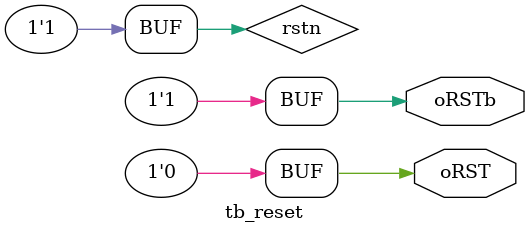
<source format=v>
/*
*
*
* Copyright (C) Digisky Media Solutions Inc.  All rights reserved.
*
* Permission is hereby granted, free of charge, to any person
* obtaining a copy of this software and associated documentation
* files (the "Software"), to deal in the Software without restriction,
* including without limitation the rights to use, copy, modify, merge,
* publish, distribute, sublicense, and/or sell copies of the Software,
* and to permit persons to whom the Software is furnished to do so,
* subject to the following conditions:
*
* The above copyright notice and this permission notice shall be included
* in all copies or substantial portions of the Software.
*
*
* THE SOFTWARE IS PROVIDED "AS IS", WITHOUT WARRANTY OF ANY KIND, EXPRESS OR
* IMPLIED, INCLUDING BUT NOT LIMITED TO THE WARRANTIES OF MERCHANTABILITY,
* FITNESS FOR A PARTICULAR PURPOSE AND NONINFRINGEMENT.
* IN NO EVENT SHALL DIGISKY MSI BE LIABLE FOR ANY CLAIM, DAMAGES OR OTHER LIABILITY,
* WHETHER IN AN ACTION OF CONTRACT, TORT OR OTHERWISE, ARISING FROM, OUT OF OR IN
* CONNECTION WITH THE SOFTWARE OR THE USE OR OTHER DEALINGS IN THE SOFTWARE.
*
*
*/
//------------------------------------------------------------------------------
// File name:  tb_reset.v
// Title    :  A Generic reset simulator
//------------------------------------------------------------------------------

`timescale 1 ns/1 ps



//******************************************************************************
//  Power On Reset Source
//  - Generates power on reset that is active for a parameterized amount of time
//******************************************************************************
module tb_reset (
output oRST,
output oRSTb
);

parameter delay = 100; //ns

reg rstn;

   initial begin
      rstn = 1'b0;
      #(delay);
      rstn = ~rstn;
   end

assign oRSTb = rstn;
assign oRST = ~rstn;

endmodule


</source>
